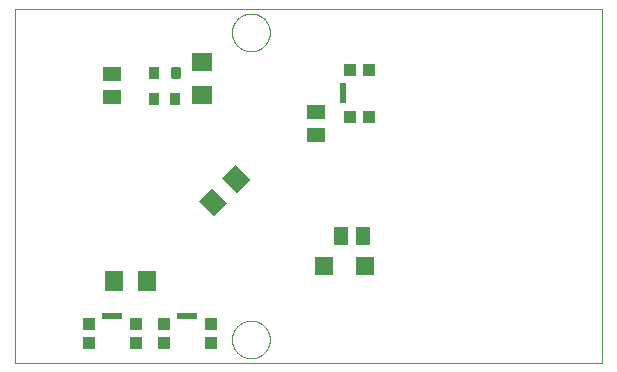
<source format=gbp>
G75*
%MOIN*%
%OFA0B0*%
%FSLAX25Y25*%
%IPPOS*%
%LPD*%
%AMOC8*
5,1,8,0,0,1.08239X$1,22.5*
%
%ADD10C,0.00000*%
%ADD11R,0.05906X0.05118*%
%ADD12R,0.05118X0.05906*%
%ADD13R,0.05906X0.05906*%
%ADD14R,0.06299X0.07087*%
%ADD15R,0.07087X0.06299*%
%ADD16C,0.01772*%
%ADD17R,0.03543X0.03937*%
%ADD18R,0.03937X0.03937*%
%ADD19R,0.02165X0.06693*%
%ADD20R,0.06693X0.02165*%
D10*
X0012716Y0017082D02*
X0012716Y0135193D01*
X0208513Y0135193D01*
X0208513Y0017082D01*
X0139537Y0017082D01*
X0085157Y0024956D02*
X0085159Y0025114D01*
X0085165Y0025272D01*
X0085175Y0025430D01*
X0085189Y0025588D01*
X0085207Y0025745D01*
X0085228Y0025902D01*
X0085254Y0026058D01*
X0085284Y0026214D01*
X0085317Y0026369D01*
X0085355Y0026522D01*
X0085396Y0026675D01*
X0085441Y0026827D01*
X0085490Y0026978D01*
X0085543Y0027127D01*
X0085599Y0027275D01*
X0085659Y0027421D01*
X0085723Y0027566D01*
X0085791Y0027709D01*
X0085862Y0027851D01*
X0085936Y0027991D01*
X0086014Y0028128D01*
X0086096Y0028264D01*
X0086180Y0028398D01*
X0086269Y0028529D01*
X0086360Y0028658D01*
X0086455Y0028785D01*
X0086552Y0028910D01*
X0086653Y0029032D01*
X0086757Y0029151D01*
X0086864Y0029268D01*
X0086974Y0029382D01*
X0087087Y0029493D01*
X0087202Y0029602D01*
X0087320Y0029707D01*
X0087441Y0029809D01*
X0087564Y0029909D01*
X0087690Y0030005D01*
X0087818Y0030098D01*
X0087948Y0030188D01*
X0088081Y0030274D01*
X0088216Y0030358D01*
X0088352Y0030437D01*
X0088491Y0030514D01*
X0088632Y0030586D01*
X0088774Y0030656D01*
X0088918Y0030721D01*
X0089064Y0030783D01*
X0089211Y0030841D01*
X0089360Y0030896D01*
X0089510Y0030947D01*
X0089661Y0030994D01*
X0089813Y0031037D01*
X0089966Y0031076D01*
X0090121Y0031112D01*
X0090276Y0031143D01*
X0090432Y0031171D01*
X0090588Y0031195D01*
X0090745Y0031215D01*
X0090903Y0031231D01*
X0091060Y0031243D01*
X0091219Y0031251D01*
X0091377Y0031255D01*
X0091535Y0031255D01*
X0091693Y0031251D01*
X0091852Y0031243D01*
X0092009Y0031231D01*
X0092167Y0031215D01*
X0092324Y0031195D01*
X0092480Y0031171D01*
X0092636Y0031143D01*
X0092791Y0031112D01*
X0092946Y0031076D01*
X0093099Y0031037D01*
X0093251Y0030994D01*
X0093402Y0030947D01*
X0093552Y0030896D01*
X0093701Y0030841D01*
X0093848Y0030783D01*
X0093994Y0030721D01*
X0094138Y0030656D01*
X0094280Y0030586D01*
X0094421Y0030514D01*
X0094560Y0030437D01*
X0094696Y0030358D01*
X0094831Y0030274D01*
X0094964Y0030188D01*
X0095094Y0030098D01*
X0095222Y0030005D01*
X0095348Y0029909D01*
X0095471Y0029809D01*
X0095592Y0029707D01*
X0095710Y0029602D01*
X0095825Y0029493D01*
X0095938Y0029382D01*
X0096048Y0029268D01*
X0096155Y0029151D01*
X0096259Y0029032D01*
X0096360Y0028910D01*
X0096457Y0028785D01*
X0096552Y0028658D01*
X0096643Y0028529D01*
X0096732Y0028398D01*
X0096816Y0028264D01*
X0096898Y0028128D01*
X0096976Y0027991D01*
X0097050Y0027851D01*
X0097121Y0027709D01*
X0097189Y0027566D01*
X0097253Y0027421D01*
X0097313Y0027275D01*
X0097369Y0027127D01*
X0097422Y0026978D01*
X0097471Y0026827D01*
X0097516Y0026675D01*
X0097557Y0026522D01*
X0097595Y0026369D01*
X0097628Y0026214D01*
X0097658Y0026058D01*
X0097684Y0025902D01*
X0097705Y0025745D01*
X0097723Y0025588D01*
X0097737Y0025430D01*
X0097747Y0025272D01*
X0097753Y0025114D01*
X0097755Y0024956D01*
X0097753Y0024798D01*
X0097747Y0024640D01*
X0097737Y0024482D01*
X0097723Y0024324D01*
X0097705Y0024167D01*
X0097684Y0024010D01*
X0097658Y0023854D01*
X0097628Y0023698D01*
X0097595Y0023543D01*
X0097557Y0023390D01*
X0097516Y0023237D01*
X0097471Y0023085D01*
X0097422Y0022934D01*
X0097369Y0022785D01*
X0097313Y0022637D01*
X0097253Y0022491D01*
X0097189Y0022346D01*
X0097121Y0022203D01*
X0097050Y0022061D01*
X0096976Y0021921D01*
X0096898Y0021784D01*
X0096816Y0021648D01*
X0096732Y0021514D01*
X0096643Y0021383D01*
X0096552Y0021254D01*
X0096457Y0021127D01*
X0096360Y0021002D01*
X0096259Y0020880D01*
X0096155Y0020761D01*
X0096048Y0020644D01*
X0095938Y0020530D01*
X0095825Y0020419D01*
X0095710Y0020310D01*
X0095592Y0020205D01*
X0095471Y0020103D01*
X0095348Y0020003D01*
X0095222Y0019907D01*
X0095094Y0019814D01*
X0094964Y0019724D01*
X0094831Y0019638D01*
X0094696Y0019554D01*
X0094560Y0019475D01*
X0094421Y0019398D01*
X0094280Y0019326D01*
X0094138Y0019256D01*
X0093994Y0019191D01*
X0093848Y0019129D01*
X0093701Y0019071D01*
X0093552Y0019016D01*
X0093402Y0018965D01*
X0093251Y0018918D01*
X0093099Y0018875D01*
X0092946Y0018836D01*
X0092791Y0018800D01*
X0092636Y0018769D01*
X0092480Y0018741D01*
X0092324Y0018717D01*
X0092167Y0018697D01*
X0092009Y0018681D01*
X0091852Y0018669D01*
X0091693Y0018661D01*
X0091535Y0018657D01*
X0091377Y0018657D01*
X0091219Y0018661D01*
X0091060Y0018669D01*
X0090903Y0018681D01*
X0090745Y0018697D01*
X0090588Y0018717D01*
X0090432Y0018741D01*
X0090276Y0018769D01*
X0090121Y0018800D01*
X0089966Y0018836D01*
X0089813Y0018875D01*
X0089661Y0018918D01*
X0089510Y0018965D01*
X0089360Y0019016D01*
X0089211Y0019071D01*
X0089064Y0019129D01*
X0088918Y0019191D01*
X0088774Y0019256D01*
X0088632Y0019326D01*
X0088491Y0019398D01*
X0088352Y0019475D01*
X0088216Y0019554D01*
X0088081Y0019638D01*
X0087948Y0019724D01*
X0087818Y0019814D01*
X0087690Y0019907D01*
X0087564Y0020003D01*
X0087441Y0020103D01*
X0087320Y0020205D01*
X0087202Y0020310D01*
X0087087Y0020419D01*
X0086974Y0020530D01*
X0086864Y0020644D01*
X0086757Y0020761D01*
X0086653Y0020880D01*
X0086552Y0021002D01*
X0086455Y0021127D01*
X0086360Y0021254D01*
X0086269Y0021383D01*
X0086180Y0021514D01*
X0086096Y0021648D01*
X0086014Y0021784D01*
X0085936Y0021921D01*
X0085862Y0022061D01*
X0085791Y0022203D01*
X0085723Y0022346D01*
X0085659Y0022491D01*
X0085599Y0022637D01*
X0085543Y0022785D01*
X0085490Y0022934D01*
X0085441Y0023085D01*
X0085396Y0023237D01*
X0085355Y0023390D01*
X0085317Y0023543D01*
X0085284Y0023698D01*
X0085254Y0023854D01*
X0085228Y0024010D01*
X0085207Y0024167D01*
X0085189Y0024324D01*
X0085175Y0024482D01*
X0085165Y0024640D01*
X0085159Y0024798D01*
X0085157Y0024956D01*
X0012716Y0017082D02*
X0208513Y0017082D01*
X0085157Y0127319D02*
X0085159Y0127477D01*
X0085165Y0127635D01*
X0085175Y0127793D01*
X0085189Y0127951D01*
X0085207Y0128108D01*
X0085228Y0128265D01*
X0085254Y0128421D01*
X0085284Y0128577D01*
X0085317Y0128732D01*
X0085355Y0128885D01*
X0085396Y0129038D01*
X0085441Y0129190D01*
X0085490Y0129341D01*
X0085543Y0129490D01*
X0085599Y0129638D01*
X0085659Y0129784D01*
X0085723Y0129929D01*
X0085791Y0130072D01*
X0085862Y0130214D01*
X0085936Y0130354D01*
X0086014Y0130491D01*
X0086096Y0130627D01*
X0086180Y0130761D01*
X0086269Y0130892D01*
X0086360Y0131021D01*
X0086455Y0131148D01*
X0086552Y0131273D01*
X0086653Y0131395D01*
X0086757Y0131514D01*
X0086864Y0131631D01*
X0086974Y0131745D01*
X0087087Y0131856D01*
X0087202Y0131965D01*
X0087320Y0132070D01*
X0087441Y0132172D01*
X0087564Y0132272D01*
X0087690Y0132368D01*
X0087818Y0132461D01*
X0087948Y0132551D01*
X0088081Y0132637D01*
X0088216Y0132721D01*
X0088352Y0132800D01*
X0088491Y0132877D01*
X0088632Y0132949D01*
X0088774Y0133019D01*
X0088918Y0133084D01*
X0089064Y0133146D01*
X0089211Y0133204D01*
X0089360Y0133259D01*
X0089510Y0133310D01*
X0089661Y0133357D01*
X0089813Y0133400D01*
X0089966Y0133439D01*
X0090121Y0133475D01*
X0090276Y0133506D01*
X0090432Y0133534D01*
X0090588Y0133558D01*
X0090745Y0133578D01*
X0090903Y0133594D01*
X0091060Y0133606D01*
X0091219Y0133614D01*
X0091377Y0133618D01*
X0091535Y0133618D01*
X0091693Y0133614D01*
X0091852Y0133606D01*
X0092009Y0133594D01*
X0092167Y0133578D01*
X0092324Y0133558D01*
X0092480Y0133534D01*
X0092636Y0133506D01*
X0092791Y0133475D01*
X0092946Y0133439D01*
X0093099Y0133400D01*
X0093251Y0133357D01*
X0093402Y0133310D01*
X0093552Y0133259D01*
X0093701Y0133204D01*
X0093848Y0133146D01*
X0093994Y0133084D01*
X0094138Y0133019D01*
X0094280Y0132949D01*
X0094421Y0132877D01*
X0094560Y0132800D01*
X0094696Y0132721D01*
X0094831Y0132637D01*
X0094964Y0132551D01*
X0095094Y0132461D01*
X0095222Y0132368D01*
X0095348Y0132272D01*
X0095471Y0132172D01*
X0095592Y0132070D01*
X0095710Y0131965D01*
X0095825Y0131856D01*
X0095938Y0131745D01*
X0096048Y0131631D01*
X0096155Y0131514D01*
X0096259Y0131395D01*
X0096360Y0131273D01*
X0096457Y0131148D01*
X0096552Y0131021D01*
X0096643Y0130892D01*
X0096732Y0130761D01*
X0096816Y0130627D01*
X0096898Y0130491D01*
X0096976Y0130354D01*
X0097050Y0130214D01*
X0097121Y0130072D01*
X0097189Y0129929D01*
X0097253Y0129784D01*
X0097313Y0129638D01*
X0097369Y0129490D01*
X0097422Y0129341D01*
X0097471Y0129190D01*
X0097516Y0129038D01*
X0097557Y0128885D01*
X0097595Y0128732D01*
X0097628Y0128577D01*
X0097658Y0128421D01*
X0097684Y0128265D01*
X0097705Y0128108D01*
X0097723Y0127951D01*
X0097737Y0127793D01*
X0097747Y0127635D01*
X0097753Y0127477D01*
X0097755Y0127319D01*
X0097753Y0127161D01*
X0097747Y0127003D01*
X0097737Y0126845D01*
X0097723Y0126687D01*
X0097705Y0126530D01*
X0097684Y0126373D01*
X0097658Y0126217D01*
X0097628Y0126061D01*
X0097595Y0125906D01*
X0097557Y0125753D01*
X0097516Y0125600D01*
X0097471Y0125448D01*
X0097422Y0125297D01*
X0097369Y0125148D01*
X0097313Y0125000D01*
X0097253Y0124854D01*
X0097189Y0124709D01*
X0097121Y0124566D01*
X0097050Y0124424D01*
X0096976Y0124284D01*
X0096898Y0124147D01*
X0096816Y0124011D01*
X0096732Y0123877D01*
X0096643Y0123746D01*
X0096552Y0123617D01*
X0096457Y0123490D01*
X0096360Y0123365D01*
X0096259Y0123243D01*
X0096155Y0123124D01*
X0096048Y0123007D01*
X0095938Y0122893D01*
X0095825Y0122782D01*
X0095710Y0122673D01*
X0095592Y0122568D01*
X0095471Y0122466D01*
X0095348Y0122366D01*
X0095222Y0122270D01*
X0095094Y0122177D01*
X0094964Y0122087D01*
X0094831Y0122001D01*
X0094696Y0121917D01*
X0094560Y0121838D01*
X0094421Y0121761D01*
X0094280Y0121689D01*
X0094138Y0121619D01*
X0093994Y0121554D01*
X0093848Y0121492D01*
X0093701Y0121434D01*
X0093552Y0121379D01*
X0093402Y0121328D01*
X0093251Y0121281D01*
X0093099Y0121238D01*
X0092946Y0121199D01*
X0092791Y0121163D01*
X0092636Y0121132D01*
X0092480Y0121104D01*
X0092324Y0121080D01*
X0092167Y0121060D01*
X0092009Y0121044D01*
X0091852Y0121032D01*
X0091693Y0121024D01*
X0091535Y0121020D01*
X0091377Y0121020D01*
X0091219Y0121024D01*
X0091060Y0121032D01*
X0090903Y0121044D01*
X0090745Y0121060D01*
X0090588Y0121080D01*
X0090432Y0121104D01*
X0090276Y0121132D01*
X0090121Y0121163D01*
X0089966Y0121199D01*
X0089813Y0121238D01*
X0089661Y0121281D01*
X0089510Y0121328D01*
X0089360Y0121379D01*
X0089211Y0121434D01*
X0089064Y0121492D01*
X0088918Y0121554D01*
X0088774Y0121619D01*
X0088632Y0121689D01*
X0088491Y0121761D01*
X0088352Y0121838D01*
X0088216Y0121917D01*
X0088081Y0122001D01*
X0087948Y0122087D01*
X0087818Y0122177D01*
X0087690Y0122270D01*
X0087564Y0122366D01*
X0087441Y0122466D01*
X0087320Y0122568D01*
X0087202Y0122673D01*
X0087087Y0122782D01*
X0086974Y0122893D01*
X0086864Y0123007D01*
X0086757Y0123124D01*
X0086653Y0123243D01*
X0086552Y0123365D01*
X0086455Y0123490D01*
X0086360Y0123617D01*
X0086269Y0123746D01*
X0086180Y0123877D01*
X0086096Y0124011D01*
X0086014Y0124147D01*
X0085936Y0124284D01*
X0085862Y0124424D01*
X0085791Y0124566D01*
X0085723Y0124709D01*
X0085659Y0124854D01*
X0085599Y0125000D01*
X0085543Y0125148D01*
X0085490Y0125297D01*
X0085441Y0125448D01*
X0085396Y0125600D01*
X0085355Y0125753D01*
X0085317Y0125906D01*
X0085284Y0126061D01*
X0085254Y0126217D01*
X0085228Y0126373D01*
X0085207Y0126530D01*
X0085189Y0126687D01*
X0085175Y0126845D01*
X0085165Y0127003D01*
X0085159Y0127161D01*
X0085157Y0127319D01*
D11*
X0045216Y0113323D03*
X0045216Y0105842D03*
X0113287Y0100724D03*
X0113287Y0093244D03*
D12*
X0121476Y0059582D03*
X0128956Y0059582D03*
D13*
X0129507Y0049386D03*
X0115728Y0049386D03*
D14*
G36*
X0074087Y0070963D02*
X0078540Y0075416D01*
X0083549Y0070407D01*
X0079096Y0065954D01*
X0074087Y0070963D01*
G37*
G36*
X0081882Y0078758D02*
X0086335Y0083211D01*
X0091344Y0078202D01*
X0086891Y0073749D01*
X0081882Y0078758D01*
G37*
X0056978Y0044582D03*
X0045954Y0044582D03*
D15*
X0075216Y0106571D03*
X0075216Y0117594D03*
D16*
X0065374Y0114995D02*
X0065374Y0112831D01*
X0065374Y0114995D02*
X0067144Y0114995D01*
X0067144Y0112831D01*
X0065374Y0112831D01*
X0065374Y0114602D02*
X0067144Y0114602D01*
D17*
X0059173Y0113913D03*
X0059173Y0105252D03*
X0066259Y0105252D03*
D18*
X0124566Y0099208D03*
X0130865Y0099208D03*
X0130865Y0114956D03*
X0124566Y0114956D03*
X0078090Y0030232D03*
X0078090Y0023933D03*
X0062342Y0023933D03*
X0062342Y0030232D03*
X0053090Y0030232D03*
X0053090Y0023933D03*
X0037342Y0023933D03*
X0037342Y0030232D03*
D19*
X0122106Y0107082D03*
D20*
X0070216Y0032693D03*
X0045216Y0032693D03*
M02*

</source>
